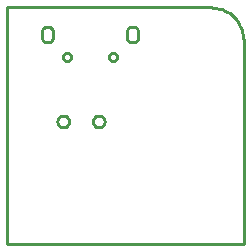
<source format=gbr>
G04 EAGLE Gerber RS-274X export*
G75*
%MOMM*%
%FSLAX34Y34*%
%LPD*%
%IN*%
%IPPOS*%
%AMOC8*
5,1,8,0,0,1.08239X$1,22.5*%
G01*
%ADD10C,0.254000*%


D10*
X0Y0D02*
X199898Y0D01*
X199898Y172720D01*
X199792Y175155D01*
X199474Y177572D01*
X198946Y179951D01*
X198213Y182276D01*
X197280Y184528D01*
X196155Y186690D01*
X194845Y188746D01*
X193361Y190680D01*
X191715Y192477D01*
X189918Y194123D01*
X187984Y195607D01*
X185928Y196917D01*
X183766Y198042D01*
X181514Y198975D01*
X179189Y199708D01*
X176810Y200236D01*
X174393Y200554D01*
X171958Y200660D01*
X0Y200660D01*
X0Y0D01*
X29350Y174750D02*
X29409Y174403D01*
X29498Y174063D01*
X29616Y173732D01*
X29762Y173412D01*
X29936Y173106D01*
X30136Y172817D01*
X30360Y172546D01*
X30607Y172296D01*
X30875Y172068D01*
X31162Y171864D01*
X31465Y171687D01*
X31783Y171536D01*
X32113Y171413D01*
X32452Y171320D01*
X32798Y171257D01*
X33148Y171224D01*
X33499Y171222D01*
X33850Y171250D01*
X34201Y171222D01*
X34552Y171224D01*
X34902Y171257D01*
X35248Y171320D01*
X35587Y171413D01*
X35917Y171536D01*
X36235Y171687D01*
X36538Y171864D01*
X36825Y172068D01*
X37093Y172296D01*
X37340Y172546D01*
X37564Y172817D01*
X37764Y173106D01*
X37938Y173412D01*
X38084Y173732D01*
X38202Y174063D01*
X38291Y174403D01*
X38350Y174750D01*
X38350Y180750D01*
X38291Y181097D01*
X38202Y181437D01*
X38084Y181768D01*
X37938Y182088D01*
X37764Y182394D01*
X37564Y182683D01*
X37340Y182954D01*
X37093Y183204D01*
X36825Y183432D01*
X36538Y183636D01*
X36235Y183813D01*
X35917Y183964D01*
X35587Y184087D01*
X35248Y184180D01*
X34902Y184243D01*
X34552Y184276D01*
X34201Y184278D01*
X33850Y184250D01*
X33499Y184278D01*
X33148Y184276D01*
X32798Y184243D01*
X32452Y184180D01*
X32113Y184087D01*
X31783Y183964D01*
X31465Y183813D01*
X31162Y183636D01*
X30875Y183432D01*
X30607Y183204D01*
X30360Y182954D01*
X30136Y182683D01*
X29936Y182394D01*
X29762Y182088D01*
X29616Y181768D01*
X29498Y181437D01*
X29409Y181097D01*
X29350Y180750D01*
X29350Y174750D01*
X101350Y174750D02*
X101363Y174445D01*
X101403Y174142D01*
X101469Y173844D01*
X101561Y173553D01*
X101678Y173271D01*
X101819Y173000D01*
X101983Y172742D01*
X102169Y172500D01*
X102375Y172275D01*
X102600Y172069D01*
X102842Y171883D01*
X103100Y171719D01*
X103371Y171578D01*
X103653Y171461D01*
X103944Y171369D01*
X104242Y171303D01*
X104545Y171263D01*
X104850Y171250D01*
X106850Y171250D01*
X107155Y171263D01*
X107458Y171303D01*
X107756Y171369D01*
X108047Y171461D01*
X108329Y171578D01*
X108600Y171719D01*
X108858Y171883D01*
X109100Y172069D01*
X109325Y172275D01*
X109531Y172500D01*
X109717Y172742D01*
X109881Y173000D01*
X110022Y173271D01*
X110139Y173553D01*
X110231Y173844D01*
X110297Y174142D01*
X110337Y174445D01*
X110350Y174750D01*
X110350Y180250D01*
X110358Y180578D01*
X110336Y180905D01*
X110287Y181229D01*
X110209Y181548D01*
X110104Y181858D01*
X109973Y182159D01*
X109815Y182446D01*
X109633Y182719D01*
X109428Y182975D01*
X109202Y183212D01*
X108956Y183428D01*
X108692Y183623D01*
X108411Y183793D01*
X108118Y183938D01*
X107812Y184058D01*
X107497Y184150D01*
X107176Y184214D01*
X106850Y184250D01*
X104850Y184250D01*
X104524Y184214D01*
X104203Y184150D01*
X103888Y184058D01*
X103583Y183938D01*
X103289Y183793D01*
X103009Y183623D01*
X102744Y183428D01*
X102498Y183212D01*
X102272Y182975D01*
X102067Y182719D01*
X101885Y182446D01*
X101727Y182159D01*
X101596Y181858D01*
X101491Y181548D01*
X101413Y181229D01*
X101364Y180905D01*
X101342Y180578D01*
X101350Y180250D01*
X101350Y174750D01*
X85850Y158979D02*
X85910Y159434D01*
X86029Y159877D01*
X86204Y160301D01*
X86434Y160699D01*
X86713Y161063D01*
X87037Y161387D01*
X87401Y161666D01*
X87799Y161896D01*
X88223Y162071D01*
X88666Y162190D01*
X89121Y162250D01*
X89579Y162250D01*
X90034Y162190D01*
X90477Y162071D01*
X90901Y161896D01*
X91299Y161666D01*
X91663Y161387D01*
X91987Y161063D01*
X92266Y160699D01*
X92496Y160301D01*
X92671Y159877D01*
X92790Y159434D01*
X92850Y158979D01*
X92850Y158521D01*
X92790Y158066D01*
X92671Y157623D01*
X92496Y157199D01*
X92266Y156801D01*
X91987Y156437D01*
X91663Y156113D01*
X91299Y155834D01*
X90901Y155604D01*
X90477Y155429D01*
X90034Y155310D01*
X89579Y155250D01*
X89121Y155250D01*
X88666Y155310D01*
X88223Y155429D01*
X87799Y155604D01*
X87401Y155834D01*
X87037Y156113D01*
X86713Y156437D01*
X86434Y156801D01*
X86204Y157199D01*
X86029Y157623D01*
X85910Y158066D01*
X85850Y158521D01*
X85850Y158979D01*
X46850Y158979D02*
X46910Y159434D01*
X47029Y159877D01*
X47204Y160301D01*
X47434Y160699D01*
X47713Y161063D01*
X48037Y161387D01*
X48401Y161666D01*
X48799Y161896D01*
X49223Y162071D01*
X49666Y162190D01*
X50121Y162250D01*
X50579Y162250D01*
X51034Y162190D01*
X51477Y162071D01*
X51901Y161896D01*
X52299Y161666D01*
X52663Y161387D01*
X52987Y161063D01*
X53266Y160699D01*
X53496Y160301D01*
X53671Y159877D01*
X53790Y159434D01*
X53850Y158979D01*
X53850Y158521D01*
X53790Y158066D01*
X53671Y157623D01*
X53496Y157199D01*
X53266Y156801D01*
X52987Y156437D01*
X52663Y156113D01*
X52299Y155834D01*
X51901Y155604D01*
X51477Y155429D01*
X51034Y155310D01*
X50579Y155250D01*
X50121Y155250D01*
X49666Y155310D01*
X49223Y155429D01*
X48799Y155604D01*
X48401Y155834D01*
X48037Y156113D01*
X47713Y156437D01*
X47434Y156801D01*
X47204Y157199D01*
X47029Y157623D01*
X46910Y158066D01*
X46850Y158521D01*
X46850Y158979D01*
X42230Y104421D02*
X42293Y104979D01*
X42418Y105526D01*
X42603Y106056D01*
X42847Y106562D01*
X43146Y107038D01*
X43496Y107477D01*
X43893Y107874D01*
X44332Y108224D01*
X44808Y108523D01*
X45314Y108767D01*
X45844Y108952D01*
X46391Y109077D01*
X46949Y109140D01*
X47511Y109140D01*
X48069Y109077D01*
X48616Y108952D01*
X49146Y108767D01*
X49652Y108523D01*
X50128Y108224D01*
X50567Y107874D01*
X50964Y107477D01*
X51314Y107038D01*
X51613Y106562D01*
X51857Y106056D01*
X52042Y105526D01*
X52167Y104979D01*
X52230Y104421D01*
X52230Y103859D01*
X52167Y103301D01*
X52042Y102754D01*
X51857Y102224D01*
X51613Y101718D01*
X51314Y101242D01*
X50964Y100803D01*
X50567Y100406D01*
X50128Y100056D01*
X49652Y99757D01*
X49146Y99513D01*
X48616Y99328D01*
X48069Y99203D01*
X47511Y99140D01*
X46949Y99140D01*
X46391Y99203D01*
X45844Y99328D01*
X45314Y99513D01*
X44808Y99757D01*
X44332Y100056D01*
X43893Y100406D01*
X43496Y100803D01*
X43146Y101242D01*
X42847Y101718D01*
X42603Y102224D01*
X42418Y102754D01*
X42293Y103301D01*
X42230Y103859D01*
X42230Y104421D01*
X72230Y104421D02*
X72293Y104979D01*
X72418Y105526D01*
X72603Y106056D01*
X72847Y106562D01*
X73146Y107038D01*
X73496Y107477D01*
X73893Y107874D01*
X74332Y108224D01*
X74808Y108523D01*
X75314Y108767D01*
X75844Y108952D01*
X76391Y109077D01*
X76949Y109140D01*
X77511Y109140D01*
X78069Y109077D01*
X78616Y108952D01*
X79146Y108767D01*
X79652Y108523D01*
X80128Y108224D01*
X80567Y107874D01*
X80964Y107477D01*
X81314Y107038D01*
X81613Y106562D01*
X81857Y106056D01*
X82042Y105526D01*
X82167Y104979D01*
X82230Y104421D01*
X82230Y103859D01*
X82167Y103301D01*
X82042Y102754D01*
X81857Y102224D01*
X81613Y101718D01*
X81314Y101242D01*
X80964Y100803D01*
X80567Y100406D01*
X80128Y100056D01*
X79652Y99757D01*
X79146Y99513D01*
X78616Y99328D01*
X78069Y99203D01*
X77511Y99140D01*
X76949Y99140D01*
X76391Y99203D01*
X75844Y99328D01*
X75314Y99513D01*
X74808Y99757D01*
X74332Y100056D01*
X73893Y100406D01*
X73496Y100803D01*
X73146Y101242D01*
X72847Y101718D01*
X72603Y102224D01*
X72418Y102754D01*
X72293Y103301D01*
X72230Y103859D01*
X72230Y104421D01*
M02*

</source>
